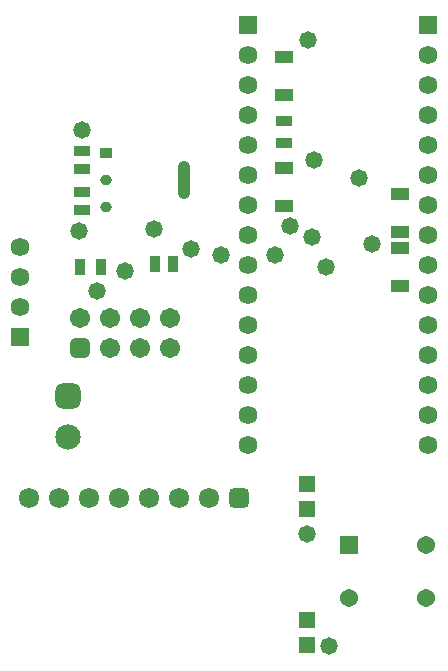
<source format=gts>
G04*
G04 #@! TF.GenerationSoftware,Altium Limited,Altium Designer,25.6.2 (33)*
G04*
G04 Layer_Color=8388736*
%FSLAX44Y44*%
%MOMM*%
G71*
G04*
G04 #@! TF.SameCoordinates,F49642FE-DF47-4963-9727-11F46748976D*
G04*
G04*
G04 #@! TF.FilePolarity,Negative*
G04*
G01*
G75*
%ADD14R,1.5000X1.0000*%
%ADD15R,1.4000X0.9500*%
%ADD17R,0.9500X1.3500*%
%ADD18R,0.9500X1.4000*%
G04:AMPARAMS|DCode=19|XSize=1.0043mm|YSize=3.1821mm|CornerRadius=0.4369mm|HoleSize=0mm|Usage=FLASHONLY|Rotation=0.000|XOffset=0mm|YOffset=0mm|HoleType=Round|Shape=RoundedRectangle|*
%AMROUNDEDRECTD19*
21,1,1.0043,2.3084,0,0,0.0*
21,1,0.1306,3.1821,0,0,0.0*
1,1,0.8737,0.0653,-1.1542*
1,1,0.8737,-0.0653,-1.1542*
1,1,0.8737,-0.0653,1.1542*
1,1,0.8737,0.0653,1.1542*
%
%ADD19ROUNDEDRECTD19*%
G04:AMPARAMS|DCode=20|XSize=1.0043mm|YSize=0.8721mm|CornerRadius=0.4361mm|HoleSize=0mm|Usage=FLASHONLY|Rotation=0.000|XOffset=0mm|YOffset=0mm|HoleType=Round|Shape=RoundedRectangle|*
%AMROUNDEDRECTD20*
21,1,1.0043,0.0000,0,0,0.0*
21,1,0.1322,0.8721,0,0,0.0*
1,1,0.8721,0.0661,0.0000*
1,1,0.8721,-0.0661,0.0000*
1,1,0.8721,-0.0661,0.0000*
1,1,0.8721,0.0661,0.0000*
%
%ADD20ROUNDEDRECTD20*%
%ADD21R,1.0043X0.8721*%
%ADD22R,1.3500X0.9500*%
%ADD23R,1.4032X1.4032*%
%ADD24C,1.7032*%
G04:AMPARAMS|DCode=25|XSize=1.7032mm|YSize=1.7032mm|CornerRadius=0.4766mm|HoleSize=0mm|Usage=FLASHONLY|Rotation=0.000|XOffset=0mm|YOffset=0mm|HoleType=Round|Shape=RoundedRectangle|*
%AMROUNDEDRECTD25*
21,1,1.7032,0.7500,0,0,0.0*
21,1,0.7500,1.7032,0,0,0.0*
1,1,0.9532,0.3750,-0.3750*
1,1,0.9532,-0.3750,-0.3750*
1,1,0.9532,-0.3750,0.3750*
1,1,0.9532,0.3750,0.3750*
%
%ADD25ROUNDEDRECTD25*%
%ADD26R,1.5900X1.5900*%
%ADD27C,1.5900*%
%ADD28R,1.5400X1.5400*%
%ADD29C,1.5400*%
G04:AMPARAMS|DCode=30|XSize=2.1532mm|YSize=2.1532mm|CornerRadius=0.5891mm|HoleSize=0mm|Usage=FLASHONLY|Rotation=270.000|XOffset=0mm|YOffset=0mm|HoleType=Round|Shape=RoundedRectangle|*
%AMROUNDEDRECTD30*
21,1,2.1532,0.9750,0,0,270.0*
21,1,0.9750,2.1532,0,0,270.0*
1,1,1.1782,-0.4875,-0.4875*
1,1,1.1782,-0.4875,0.4875*
1,1,1.1782,0.4875,0.4875*
1,1,1.1782,0.4875,-0.4875*
%
%ADD30ROUNDEDRECTD30*%
%ADD31C,2.1532*%
%ADD32C,1.7232*%
G04:AMPARAMS|DCode=33|XSize=1.7232mm|YSize=1.7232mm|CornerRadius=0.4816mm|HoleSize=0mm|Usage=FLASHONLY|Rotation=180.000|XOffset=0mm|YOffset=0mm|HoleType=Round|Shape=RoundedRectangle|*
%AMROUNDEDRECTD33*
21,1,1.7232,0.7600,0,0,180.0*
21,1,0.7600,1.7232,0,0,180.0*
1,1,0.9632,-0.3800,0.3800*
1,1,0.9632,0.3800,0.3800*
1,1,0.9632,0.3800,-0.3800*
1,1,0.9632,-0.3800,-0.3800*
%
%ADD33ROUNDEDRECTD33*%
%ADD34C,1.4732*%
D14*
X593090Y666240D02*
D03*
Y634240D02*
D03*
Y572260D02*
D03*
Y540260D02*
D03*
X690880Y550670D02*
D03*
Y518670D02*
D03*
Y472950D02*
D03*
Y504950D02*
D03*
D15*
X593090Y594000D02*
D03*
Y612500D02*
D03*
D17*
X483990Y491490D02*
D03*
X498990D02*
D03*
D18*
X420010Y488950D02*
D03*
X438510D02*
D03*
D19*
X508000Y562610D02*
D03*
D20*
X442100Y539710D02*
D03*
Y562610D02*
D03*
D21*
Y585510D02*
D03*
D22*
X421640Y571620D02*
D03*
Y586620D02*
D03*
Y537330D02*
D03*
Y552330D02*
D03*
D23*
X612140Y189570D02*
D03*
Y168570D02*
D03*
Y305140D02*
D03*
Y284140D02*
D03*
D24*
X496570Y445770D02*
D03*
X471170D02*
D03*
X496570Y420370D02*
D03*
X471170D02*
D03*
X445770Y445770D02*
D03*
Y420370D02*
D03*
X420370Y445770D02*
D03*
D25*
Y420370D02*
D03*
D26*
X562610Y693420D02*
D03*
X715010D02*
D03*
X369570Y429260D02*
D03*
D27*
X715010Y668020D02*
D03*
Y337820D02*
D03*
Y363220D02*
D03*
Y388620D02*
D03*
Y414020D02*
D03*
Y439420D02*
D03*
Y464820D02*
D03*
Y490220D02*
D03*
Y515620D02*
D03*
Y541020D02*
D03*
Y566420D02*
D03*
Y591820D02*
D03*
Y617220D02*
D03*
Y642620D02*
D03*
X562610Y337820D02*
D03*
Y363220D02*
D03*
Y388620D02*
D03*
Y414020D02*
D03*
Y439420D02*
D03*
Y464820D02*
D03*
Y490220D02*
D03*
Y515620D02*
D03*
Y541020D02*
D03*
Y566420D02*
D03*
Y591820D02*
D03*
Y617220D02*
D03*
Y642620D02*
D03*
Y668020D02*
D03*
X369570Y505460D02*
D03*
Y480060D02*
D03*
Y454660D02*
D03*
D28*
X648220Y253640D02*
D03*
D29*
X713220D02*
D03*
X648220Y208640D02*
D03*
X713220D02*
D03*
D30*
X409750Y379450D02*
D03*
D31*
Y344450D02*
D03*
D32*
X377190Y293370D02*
D03*
X402590D02*
D03*
X504190D02*
D03*
X529590D02*
D03*
X478790D02*
D03*
X453390D02*
D03*
X427990D02*
D03*
D33*
X554990D02*
D03*
D34*
X458470Y485140D02*
D03*
X482600Y520700D02*
D03*
X631190Y167640D02*
D03*
X612140Y262890D02*
D03*
X585470Y499110D02*
D03*
X434880Y468630D02*
D03*
X514350Y504190D02*
D03*
X618490Y579120D02*
D03*
X613410Y680720D02*
D03*
X421640Y604520D02*
D03*
X667290Y508000D02*
D03*
X539750Y499110D02*
D03*
X419100Y519430D02*
D03*
X656590Y563880D02*
D03*
X616782Y513912D02*
D03*
X628650Y488950D02*
D03*
X598170Y523240D02*
D03*
M02*

</source>
